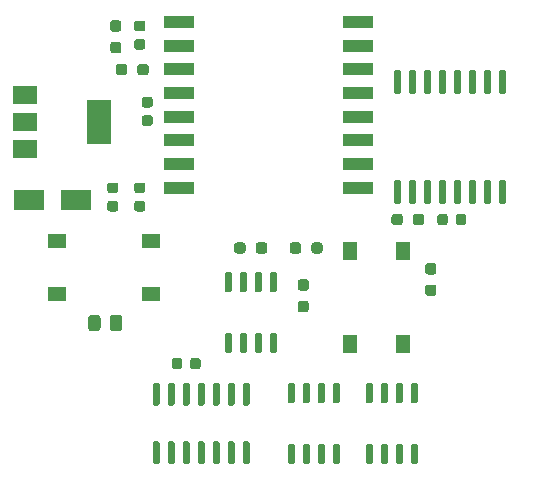
<source format=gbr>
%TF.GenerationSoftware,KiCad,Pcbnew,(5.1.10)-1*%
%TF.CreationDate,2021-07-07T23:24:12+02:00*%
%TF.ProjectId,Wortuhr_SK6812,576f7274-7568-4725-9f53-4b363831322e,rev?*%
%TF.SameCoordinates,Original*%
%TF.FileFunction,Paste,Top*%
%TF.FilePolarity,Positive*%
%FSLAX46Y46*%
G04 Gerber Fmt 4.6, Leading zero omitted, Abs format (unit mm)*
G04 Created by KiCad (PCBNEW (5.1.10)-1) date 2021-07-07 23:24:12*
%MOMM*%
%LPD*%
G01*
G04 APERTURE LIST*
%ADD10R,2.500000X1.000000*%
%ADD11R,1.550000X1.300000*%
%ADD12R,2.000000X1.500000*%
%ADD13R,2.000000X3.800000*%
%ADD14R,1.300000X1.550000*%
%ADD15R,2.500000X1.800000*%
G04 APERTURE END LIST*
D10*
%TO.C,U3*%
X142728000Y-109400000D03*
X142728000Y-111400000D03*
X142728000Y-113400000D03*
X142728000Y-115400000D03*
X142728000Y-117400000D03*
X142728000Y-119400000D03*
X142728000Y-121400000D03*
X142728000Y-123400000D03*
X127528000Y-123400000D03*
X127528000Y-121400000D03*
X127528000Y-119400000D03*
X127528000Y-117400000D03*
X127528000Y-115400000D03*
X127528000Y-113400000D03*
X127528000Y-111400000D03*
X127528000Y-109400000D03*
%TD*%
%TO.C,U5*%
G36*
G01*
X125753000Y-141883000D02*
X125453000Y-141883000D01*
G75*
G02*
X125303000Y-141733000I0J150000D01*
G01*
X125303000Y-140083000D01*
G75*
G02*
X125453000Y-139933000I150000J0D01*
G01*
X125753000Y-139933000D01*
G75*
G02*
X125903000Y-140083000I0J-150000D01*
G01*
X125903000Y-141733000D01*
G75*
G02*
X125753000Y-141883000I-150000J0D01*
G01*
G37*
G36*
G01*
X127023000Y-141883000D02*
X126723000Y-141883000D01*
G75*
G02*
X126573000Y-141733000I0J150000D01*
G01*
X126573000Y-140083000D01*
G75*
G02*
X126723000Y-139933000I150000J0D01*
G01*
X127023000Y-139933000D01*
G75*
G02*
X127173000Y-140083000I0J-150000D01*
G01*
X127173000Y-141733000D01*
G75*
G02*
X127023000Y-141883000I-150000J0D01*
G01*
G37*
G36*
G01*
X128293000Y-141883000D02*
X127993000Y-141883000D01*
G75*
G02*
X127843000Y-141733000I0J150000D01*
G01*
X127843000Y-140083000D01*
G75*
G02*
X127993000Y-139933000I150000J0D01*
G01*
X128293000Y-139933000D01*
G75*
G02*
X128443000Y-140083000I0J-150000D01*
G01*
X128443000Y-141733000D01*
G75*
G02*
X128293000Y-141883000I-150000J0D01*
G01*
G37*
G36*
G01*
X129563000Y-141883000D02*
X129263000Y-141883000D01*
G75*
G02*
X129113000Y-141733000I0J150000D01*
G01*
X129113000Y-140083000D01*
G75*
G02*
X129263000Y-139933000I150000J0D01*
G01*
X129563000Y-139933000D01*
G75*
G02*
X129713000Y-140083000I0J-150000D01*
G01*
X129713000Y-141733000D01*
G75*
G02*
X129563000Y-141883000I-150000J0D01*
G01*
G37*
G36*
G01*
X130833000Y-141883000D02*
X130533000Y-141883000D01*
G75*
G02*
X130383000Y-141733000I0J150000D01*
G01*
X130383000Y-140083000D01*
G75*
G02*
X130533000Y-139933000I150000J0D01*
G01*
X130833000Y-139933000D01*
G75*
G02*
X130983000Y-140083000I0J-150000D01*
G01*
X130983000Y-141733000D01*
G75*
G02*
X130833000Y-141883000I-150000J0D01*
G01*
G37*
G36*
G01*
X132103000Y-141883000D02*
X131803000Y-141883000D01*
G75*
G02*
X131653000Y-141733000I0J150000D01*
G01*
X131653000Y-140083000D01*
G75*
G02*
X131803000Y-139933000I150000J0D01*
G01*
X132103000Y-139933000D01*
G75*
G02*
X132253000Y-140083000I0J-150000D01*
G01*
X132253000Y-141733000D01*
G75*
G02*
X132103000Y-141883000I-150000J0D01*
G01*
G37*
G36*
G01*
X133373000Y-141883000D02*
X133073000Y-141883000D01*
G75*
G02*
X132923000Y-141733000I0J150000D01*
G01*
X132923000Y-140083000D01*
G75*
G02*
X133073000Y-139933000I150000J0D01*
G01*
X133373000Y-139933000D01*
G75*
G02*
X133523000Y-140083000I0J-150000D01*
G01*
X133523000Y-141733000D01*
G75*
G02*
X133373000Y-141883000I-150000J0D01*
G01*
G37*
G36*
G01*
X133373000Y-146833000D02*
X133073000Y-146833000D01*
G75*
G02*
X132923000Y-146683000I0J150000D01*
G01*
X132923000Y-145033000D01*
G75*
G02*
X133073000Y-144883000I150000J0D01*
G01*
X133373000Y-144883000D01*
G75*
G02*
X133523000Y-145033000I0J-150000D01*
G01*
X133523000Y-146683000D01*
G75*
G02*
X133373000Y-146833000I-150000J0D01*
G01*
G37*
G36*
G01*
X132103000Y-146833000D02*
X131803000Y-146833000D01*
G75*
G02*
X131653000Y-146683000I0J150000D01*
G01*
X131653000Y-145033000D01*
G75*
G02*
X131803000Y-144883000I150000J0D01*
G01*
X132103000Y-144883000D01*
G75*
G02*
X132253000Y-145033000I0J-150000D01*
G01*
X132253000Y-146683000D01*
G75*
G02*
X132103000Y-146833000I-150000J0D01*
G01*
G37*
G36*
G01*
X130833000Y-146833000D02*
X130533000Y-146833000D01*
G75*
G02*
X130383000Y-146683000I0J150000D01*
G01*
X130383000Y-145033000D01*
G75*
G02*
X130533000Y-144883000I150000J0D01*
G01*
X130833000Y-144883000D01*
G75*
G02*
X130983000Y-145033000I0J-150000D01*
G01*
X130983000Y-146683000D01*
G75*
G02*
X130833000Y-146833000I-150000J0D01*
G01*
G37*
G36*
G01*
X129563000Y-146833000D02*
X129263000Y-146833000D01*
G75*
G02*
X129113000Y-146683000I0J150000D01*
G01*
X129113000Y-145033000D01*
G75*
G02*
X129263000Y-144883000I150000J0D01*
G01*
X129563000Y-144883000D01*
G75*
G02*
X129713000Y-145033000I0J-150000D01*
G01*
X129713000Y-146683000D01*
G75*
G02*
X129563000Y-146833000I-150000J0D01*
G01*
G37*
G36*
G01*
X128293000Y-146833000D02*
X127993000Y-146833000D01*
G75*
G02*
X127843000Y-146683000I0J150000D01*
G01*
X127843000Y-145033000D01*
G75*
G02*
X127993000Y-144883000I150000J0D01*
G01*
X128293000Y-144883000D01*
G75*
G02*
X128443000Y-145033000I0J-150000D01*
G01*
X128443000Y-146683000D01*
G75*
G02*
X128293000Y-146833000I-150000J0D01*
G01*
G37*
G36*
G01*
X127023000Y-146833000D02*
X126723000Y-146833000D01*
G75*
G02*
X126573000Y-146683000I0J150000D01*
G01*
X126573000Y-145033000D01*
G75*
G02*
X126723000Y-144883000I150000J0D01*
G01*
X127023000Y-144883000D01*
G75*
G02*
X127173000Y-145033000I0J-150000D01*
G01*
X127173000Y-146683000D01*
G75*
G02*
X127023000Y-146833000I-150000J0D01*
G01*
G37*
G36*
G01*
X125753000Y-146833000D02*
X125453000Y-146833000D01*
G75*
G02*
X125303000Y-146683000I0J150000D01*
G01*
X125303000Y-145033000D01*
G75*
G02*
X125453000Y-144883000I150000J0D01*
G01*
X125753000Y-144883000D01*
G75*
G02*
X125903000Y-145033000I0J-150000D01*
G01*
X125903000Y-146683000D01*
G75*
G02*
X125753000Y-146833000I-150000J0D01*
G01*
G37*
%TD*%
%TO.C,U4*%
G36*
G01*
X146200000Y-124801000D02*
X145900000Y-124801000D01*
G75*
G02*
X145750000Y-124651000I0J150000D01*
G01*
X145750000Y-122901000D01*
G75*
G02*
X145900000Y-122751000I150000J0D01*
G01*
X146200000Y-122751000D01*
G75*
G02*
X146350000Y-122901000I0J-150000D01*
G01*
X146350000Y-124651000D01*
G75*
G02*
X146200000Y-124801000I-150000J0D01*
G01*
G37*
G36*
G01*
X147470000Y-124801000D02*
X147170000Y-124801000D01*
G75*
G02*
X147020000Y-124651000I0J150000D01*
G01*
X147020000Y-122901000D01*
G75*
G02*
X147170000Y-122751000I150000J0D01*
G01*
X147470000Y-122751000D01*
G75*
G02*
X147620000Y-122901000I0J-150000D01*
G01*
X147620000Y-124651000D01*
G75*
G02*
X147470000Y-124801000I-150000J0D01*
G01*
G37*
G36*
G01*
X148740000Y-124801000D02*
X148440000Y-124801000D01*
G75*
G02*
X148290000Y-124651000I0J150000D01*
G01*
X148290000Y-122901000D01*
G75*
G02*
X148440000Y-122751000I150000J0D01*
G01*
X148740000Y-122751000D01*
G75*
G02*
X148890000Y-122901000I0J-150000D01*
G01*
X148890000Y-124651000D01*
G75*
G02*
X148740000Y-124801000I-150000J0D01*
G01*
G37*
G36*
G01*
X150010000Y-124801000D02*
X149710000Y-124801000D01*
G75*
G02*
X149560000Y-124651000I0J150000D01*
G01*
X149560000Y-122901000D01*
G75*
G02*
X149710000Y-122751000I150000J0D01*
G01*
X150010000Y-122751000D01*
G75*
G02*
X150160000Y-122901000I0J-150000D01*
G01*
X150160000Y-124651000D01*
G75*
G02*
X150010000Y-124801000I-150000J0D01*
G01*
G37*
G36*
G01*
X151280000Y-124801000D02*
X150980000Y-124801000D01*
G75*
G02*
X150830000Y-124651000I0J150000D01*
G01*
X150830000Y-122901000D01*
G75*
G02*
X150980000Y-122751000I150000J0D01*
G01*
X151280000Y-122751000D01*
G75*
G02*
X151430000Y-122901000I0J-150000D01*
G01*
X151430000Y-124651000D01*
G75*
G02*
X151280000Y-124801000I-150000J0D01*
G01*
G37*
G36*
G01*
X152550000Y-124801000D02*
X152250000Y-124801000D01*
G75*
G02*
X152100000Y-124651000I0J150000D01*
G01*
X152100000Y-122901000D01*
G75*
G02*
X152250000Y-122751000I150000J0D01*
G01*
X152550000Y-122751000D01*
G75*
G02*
X152700000Y-122901000I0J-150000D01*
G01*
X152700000Y-124651000D01*
G75*
G02*
X152550000Y-124801000I-150000J0D01*
G01*
G37*
G36*
G01*
X153820000Y-124801000D02*
X153520000Y-124801000D01*
G75*
G02*
X153370000Y-124651000I0J150000D01*
G01*
X153370000Y-122901000D01*
G75*
G02*
X153520000Y-122751000I150000J0D01*
G01*
X153820000Y-122751000D01*
G75*
G02*
X153970000Y-122901000I0J-150000D01*
G01*
X153970000Y-124651000D01*
G75*
G02*
X153820000Y-124801000I-150000J0D01*
G01*
G37*
G36*
G01*
X155090000Y-124801000D02*
X154790000Y-124801000D01*
G75*
G02*
X154640000Y-124651000I0J150000D01*
G01*
X154640000Y-122901000D01*
G75*
G02*
X154790000Y-122751000I150000J0D01*
G01*
X155090000Y-122751000D01*
G75*
G02*
X155240000Y-122901000I0J-150000D01*
G01*
X155240000Y-124651000D01*
G75*
G02*
X155090000Y-124801000I-150000J0D01*
G01*
G37*
G36*
G01*
X155090000Y-115501000D02*
X154790000Y-115501000D01*
G75*
G02*
X154640000Y-115351000I0J150000D01*
G01*
X154640000Y-113601000D01*
G75*
G02*
X154790000Y-113451000I150000J0D01*
G01*
X155090000Y-113451000D01*
G75*
G02*
X155240000Y-113601000I0J-150000D01*
G01*
X155240000Y-115351000D01*
G75*
G02*
X155090000Y-115501000I-150000J0D01*
G01*
G37*
G36*
G01*
X153820000Y-115501000D02*
X153520000Y-115501000D01*
G75*
G02*
X153370000Y-115351000I0J150000D01*
G01*
X153370000Y-113601000D01*
G75*
G02*
X153520000Y-113451000I150000J0D01*
G01*
X153820000Y-113451000D01*
G75*
G02*
X153970000Y-113601000I0J-150000D01*
G01*
X153970000Y-115351000D01*
G75*
G02*
X153820000Y-115501000I-150000J0D01*
G01*
G37*
G36*
G01*
X152550000Y-115501000D02*
X152250000Y-115501000D01*
G75*
G02*
X152100000Y-115351000I0J150000D01*
G01*
X152100000Y-113601000D01*
G75*
G02*
X152250000Y-113451000I150000J0D01*
G01*
X152550000Y-113451000D01*
G75*
G02*
X152700000Y-113601000I0J-150000D01*
G01*
X152700000Y-115351000D01*
G75*
G02*
X152550000Y-115501000I-150000J0D01*
G01*
G37*
G36*
G01*
X151280000Y-115501000D02*
X150980000Y-115501000D01*
G75*
G02*
X150830000Y-115351000I0J150000D01*
G01*
X150830000Y-113601000D01*
G75*
G02*
X150980000Y-113451000I150000J0D01*
G01*
X151280000Y-113451000D01*
G75*
G02*
X151430000Y-113601000I0J-150000D01*
G01*
X151430000Y-115351000D01*
G75*
G02*
X151280000Y-115501000I-150000J0D01*
G01*
G37*
G36*
G01*
X150010000Y-115501000D02*
X149710000Y-115501000D01*
G75*
G02*
X149560000Y-115351000I0J150000D01*
G01*
X149560000Y-113601000D01*
G75*
G02*
X149710000Y-113451000I150000J0D01*
G01*
X150010000Y-113451000D01*
G75*
G02*
X150160000Y-113601000I0J-150000D01*
G01*
X150160000Y-115351000D01*
G75*
G02*
X150010000Y-115501000I-150000J0D01*
G01*
G37*
G36*
G01*
X148740000Y-115501000D02*
X148440000Y-115501000D01*
G75*
G02*
X148290000Y-115351000I0J150000D01*
G01*
X148290000Y-113601000D01*
G75*
G02*
X148440000Y-113451000I150000J0D01*
G01*
X148740000Y-113451000D01*
G75*
G02*
X148890000Y-113601000I0J-150000D01*
G01*
X148890000Y-115351000D01*
G75*
G02*
X148740000Y-115501000I-150000J0D01*
G01*
G37*
G36*
G01*
X147470000Y-115501000D02*
X147170000Y-115501000D01*
G75*
G02*
X147020000Y-115351000I0J150000D01*
G01*
X147020000Y-113601000D01*
G75*
G02*
X147170000Y-113451000I150000J0D01*
G01*
X147470000Y-113451000D01*
G75*
G02*
X147620000Y-113601000I0J-150000D01*
G01*
X147620000Y-115351000D01*
G75*
G02*
X147470000Y-115501000I-150000J0D01*
G01*
G37*
G36*
G01*
X146200000Y-115501000D02*
X145900000Y-115501000D01*
G75*
G02*
X145750000Y-115351000I0J150000D01*
G01*
X145750000Y-113601000D01*
G75*
G02*
X145900000Y-113451000I150000J0D01*
G01*
X146200000Y-113451000D01*
G75*
G02*
X146350000Y-113601000I0J-150000D01*
G01*
X146350000Y-115351000D01*
G75*
G02*
X146200000Y-115501000I-150000J0D01*
G01*
G37*
%TD*%
%TO.C,R7*%
G36*
G01*
X148315500Y-125873500D02*
X148315500Y-126348500D01*
G75*
G02*
X148078000Y-126586000I-237500J0D01*
G01*
X147578000Y-126586000D01*
G75*
G02*
X147340500Y-126348500I0J237500D01*
G01*
X147340500Y-125873500D01*
G75*
G02*
X147578000Y-125636000I237500J0D01*
G01*
X148078000Y-125636000D01*
G75*
G02*
X148315500Y-125873500I0J-237500D01*
G01*
G37*
G36*
G01*
X146490500Y-125873500D02*
X146490500Y-126348500D01*
G75*
G02*
X146253000Y-126586000I-237500J0D01*
G01*
X145753000Y-126586000D01*
G75*
G02*
X145515500Y-126348500I0J237500D01*
G01*
X145515500Y-125873500D01*
G75*
G02*
X145753000Y-125636000I237500J0D01*
G01*
X146253000Y-125636000D01*
G75*
G02*
X146490500Y-125873500I0J-237500D01*
G01*
G37*
%TD*%
%TO.C,JP1*%
G36*
G01*
X121685000Y-135324001D02*
X121685000Y-134423999D01*
G75*
G02*
X121934999Y-134174000I249999J0D01*
G01*
X122460001Y-134174000D01*
G75*
G02*
X122710000Y-134423999I0J-249999D01*
G01*
X122710000Y-135324001D01*
G75*
G02*
X122460001Y-135574000I-249999J0D01*
G01*
X121934999Y-135574000D01*
G75*
G02*
X121685000Y-135324001I0J249999D01*
G01*
G37*
G36*
G01*
X119860000Y-135324001D02*
X119860000Y-134423999D01*
G75*
G02*
X120109999Y-134174000I249999J0D01*
G01*
X120635001Y-134174000D01*
G75*
G02*
X120885000Y-134423999I0J-249999D01*
G01*
X120885000Y-135324001D01*
G75*
G02*
X120635001Y-135574000I-249999J0D01*
G01*
X120109999Y-135574000D01*
G75*
G02*
X119860000Y-135324001I0J249999D01*
G01*
G37*
%TD*%
%TO.C,C7*%
G36*
G01*
X150947000Y-126361000D02*
X150947000Y-125861000D01*
G75*
G02*
X151172000Y-125636000I225000J0D01*
G01*
X151622000Y-125636000D01*
G75*
G02*
X151847000Y-125861000I0J-225000D01*
G01*
X151847000Y-126361000D01*
G75*
G02*
X151622000Y-126586000I-225000J0D01*
G01*
X151172000Y-126586000D01*
G75*
G02*
X150947000Y-126361000I0J225000D01*
G01*
G37*
G36*
G01*
X149397000Y-126361000D02*
X149397000Y-125861000D01*
G75*
G02*
X149622000Y-125636000I225000J0D01*
G01*
X150072000Y-125636000D01*
G75*
G02*
X150297000Y-125861000I0J-225000D01*
G01*
X150297000Y-126361000D01*
G75*
G02*
X150072000Y-126586000I-225000J0D01*
G01*
X149622000Y-126586000D01*
G75*
G02*
X149397000Y-126361000I0J225000D01*
G01*
G37*
%TD*%
D11*
%TO.C,SW1*%
X117183000Y-127925000D03*
X117183000Y-132425000D03*
X125133000Y-132425000D03*
X125133000Y-127925000D03*
%TD*%
%TO.C,C6*%
G36*
G01*
X127818000Y-138053000D02*
X127818000Y-138553000D01*
G75*
G02*
X127593000Y-138778000I-225000J0D01*
G01*
X127143000Y-138778000D01*
G75*
G02*
X126918000Y-138553000I0J225000D01*
G01*
X126918000Y-138053000D01*
G75*
G02*
X127143000Y-137828000I225000J0D01*
G01*
X127593000Y-137828000D01*
G75*
G02*
X127818000Y-138053000I0J-225000D01*
G01*
G37*
G36*
G01*
X129368000Y-138053000D02*
X129368000Y-138553000D01*
G75*
G02*
X129143000Y-138778000I-225000J0D01*
G01*
X128693000Y-138778000D01*
G75*
G02*
X128468000Y-138553000I0J225000D01*
G01*
X128468000Y-138053000D01*
G75*
G02*
X128693000Y-137828000I225000J0D01*
G01*
X129143000Y-137828000D01*
G75*
G02*
X129368000Y-138053000I0J-225000D01*
G01*
G37*
%TD*%
%TO.C,C5*%
G36*
G01*
X124591000Y-117279000D02*
X125091000Y-117279000D01*
G75*
G02*
X125316000Y-117504000I0J-225000D01*
G01*
X125316000Y-117954000D01*
G75*
G02*
X125091000Y-118179000I-225000J0D01*
G01*
X124591000Y-118179000D01*
G75*
G02*
X124366000Y-117954000I0J225000D01*
G01*
X124366000Y-117504000D01*
G75*
G02*
X124591000Y-117279000I225000J0D01*
G01*
G37*
G36*
G01*
X124591000Y-115729000D02*
X125091000Y-115729000D01*
G75*
G02*
X125316000Y-115954000I0J-225000D01*
G01*
X125316000Y-116404000D01*
G75*
G02*
X125091000Y-116629000I-225000J0D01*
G01*
X124591000Y-116629000D01*
G75*
G02*
X124366000Y-116404000I0J225000D01*
G01*
X124366000Y-115954000D01*
G75*
G02*
X124591000Y-115729000I225000J0D01*
G01*
G37*
%TD*%
%TO.C,C4*%
G36*
G01*
X123956000Y-110828000D02*
X124456000Y-110828000D01*
G75*
G02*
X124681000Y-111053000I0J-225000D01*
G01*
X124681000Y-111503000D01*
G75*
G02*
X124456000Y-111728000I-225000J0D01*
G01*
X123956000Y-111728000D01*
G75*
G02*
X123731000Y-111503000I0J225000D01*
G01*
X123731000Y-111053000D01*
G75*
G02*
X123956000Y-110828000I225000J0D01*
G01*
G37*
G36*
G01*
X123956000Y-109278000D02*
X124456000Y-109278000D01*
G75*
G02*
X124681000Y-109503000I0J-225000D01*
G01*
X124681000Y-109953000D01*
G75*
G02*
X124456000Y-110178000I-225000J0D01*
G01*
X123956000Y-110178000D01*
G75*
G02*
X123731000Y-109953000I0J225000D01*
G01*
X123731000Y-109503000D01*
G75*
G02*
X123956000Y-109278000I225000J0D01*
G01*
G37*
%TD*%
D12*
%TO.C,U2*%
X114452000Y-115556000D03*
X114452000Y-120156000D03*
X114452000Y-117856000D03*
D13*
X120752000Y-117856000D03*
%TD*%
%TO.C,U1*%
G36*
G01*
X135359000Y-135685000D02*
X135659000Y-135685000D01*
G75*
G02*
X135809000Y-135835000I0J-150000D01*
G01*
X135809000Y-137285000D01*
G75*
G02*
X135659000Y-137435000I-150000J0D01*
G01*
X135359000Y-137435000D01*
G75*
G02*
X135209000Y-137285000I0J150000D01*
G01*
X135209000Y-135835000D01*
G75*
G02*
X135359000Y-135685000I150000J0D01*
G01*
G37*
G36*
G01*
X134089000Y-135685000D02*
X134389000Y-135685000D01*
G75*
G02*
X134539000Y-135835000I0J-150000D01*
G01*
X134539000Y-137285000D01*
G75*
G02*
X134389000Y-137435000I-150000J0D01*
G01*
X134089000Y-137435000D01*
G75*
G02*
X133939000Y-137285000I0J150000D01*
G01*
X133939000Y-135835000D01*
G75*
G02*
X134089000Y-135685000I150000J0D01*
G01*
G37*
G36*
G01*
X132819000Y-135685000D02*
X133119000Y-135685000D01*
G75*
G02*
X133269000Y-135835000I0J-150000D01*
G01*
X133269000Y-137285000D01*
G75*
G02*
X133119000Y-137435000I-150000J0D01*
G01*
X132819000Y-137435000D01*
G75*
G02*
X132669000Y-137285000I0J150000D01*
G01*
X132669000Y-135835000D01*
G75*
G02*
X132819000Y-135685000I150000J0D01*
G01*
G37*
G36*
G01*
X131549000Y-135685000D02*
X131849000Y-135685000D01*
G75*
G02*
X131999000Y-135835000I0J-150000D01*
G01*
X131999000Y-137285000D01*
G75*
G02*
X131849000Y-137435000I-150000J0D01*
G01*
X131549000Y-137435000D01*
G75*
G02*
X131399000Y-137285000I0J150000D01*
G01*
X131399000Y-135835000D01*
G75*
G02*
X131549000Y-135685000I150000J0D01*
G01*
G37*
G36*
G01*
X131549000Y-130535000D02*
X131849000Y-130535000D01*
G75*
G02*
X131999000Y-130685000I0J-150000D01*
G01*
X131999000Y-132135000D01*
G75*
G02*
X131849000Y-132285000I-150000J0D01*
G01*
X131549000Y-132285000D01*
G75*
G02*
X131399000Y-132135000I0J150000D01*
G01*
X131399000Y-130685000D01*
G75*
G02*
X131549000Y-130535000I150000J0D01*
G01*
G37*
G36*
G01*
X132819000Y-130535000D02*
X133119000Y-130535000D01*
G75*
G02*
X133269000Y-130685000I0J-150000D01*
G01*
X133269000Y-132135000D01*
G75*
G02*
X133119000Y-132285000I-150000J0D01*
G01*
X132819000Y-132285000D01*
G75*
G02*
X132669000Y-132135000I0J150000D01*
G01*
X132669000Y-130685000D01*
G75*
G02*
X132819000Y-130535000I150000J0D01*
G01*
G37*
G36*
G01*
X134089000Y-130535000D02*
X134389000Y-130535000D01*
G75*
G02*
X134539000Y-130685000I0J-150000D01*
G01*
X134539000Y-132135000D01*
G75*
G02*
X134389000Y-132285000I-150000J0D01*
G01*
X134089000Y-132285000D01*
G75*
G02*
X133939000Y-132135000I0J150000D01*
G01*
X133939000Y-130685000D01*
G75*
G02*
X134089000Y-130535000I150000J0D01*
G01*
G37*
G36*
G01*
X135359000Y-130535000D02*
X135659000Y-130535000D01*
G75*
G02*
X135809000Y-130685000I0J-150000D01*
G01*
X135809000Y-132135000D01*
G75*
G02*
X135659000Y-132285000I-150000J0D01*
G01*
X135359000Y-132285000D01*
G75*
G02*
X135209000Y-132135000I0J150000D01*
G01*
X135209000Y-130685000D01*
G75*
G02*
X135359000Y-130535000I150000J0D01*
G01*
G37*
%TD*%
D14*
%TO.C,SW2*%
X142022000Y-136690000D03*
X146522000Y-136690000D03*
X146522000Y-128740000D03*
X142022000Y-128740000D03*
%TD*%
%TO.C,R6*%
G36*
G01*
X139703000Y-128286500D02*
X139703000Y-128761500D01*
G75*
G02*
X139465500Y-128999000I-237500J0D01*
G01*
X138965500Y-128999000D01*
G75*
G02*
X138728000Y-128761500I0J237500D01*
G01*
X138728000Y-128286500D01*
G75*
G02*
X138965500Y-128049000I237500J0D01*
G01*
X139465500Y-128049000D01*
G75*
G02*
X139703000Y-128286500I0J-237500D01*
G01*
G37*
G36*
G01*
X137878000Y-128286500D02*
X137878000Y-128761500D01*
G75*
G02*
X137640500Y-128999000I-237500J0D01*
G01*
X137140500Y-128999000D01*
G75*
G02*
X136903000Y-128761500I0J237500D01*
G01*
X136903000Y-128286500D01*
G75*
G02*
X137140500Y-128049000I237500J0D01*
G01*
X137640500Y-128049000D01*
G75*
G02*
X137878000Y-128286500I0J-237500D01*
G01*
G37*
%TD*%
%TO.C,R5*%
G36*
G01*
X148606500Y-131616000D02*
X149081500Y-131616000D01*
G75*
G02*
X149319000Y-131853500I0J-237500D01*
G01*
X149319000Y-132353500D01*
G75*
G02*
X149081500Y-132591000I-237500J0D01*
G01*
X148606500Y-132591000D01*
G75*
G02*
X148369000Y-132353500I0J237500D01*
G01*
X148369000Y-131853500D01*
G75*
G02*
X148606500Y-131616000I237500J0D01*
G01*
G37*
G36*
G01*
X148606500Y-129791000D02*
X149081500Y-129791000D01*
G75*
G02*
X149319000Y-130028500I0J-237500D01*
G01*
X149319000Y-130528500D01*
G75*
G02*
X149081500Y-130766000I-237500J0D01*
G01*
X148606500Y-130766000D01*
G75*
G02*
X148369000Y-130528500I0J237500D01*
G01*
X148369000Y-130028500D01*
G75*
G02*
X148606500Y-129791000I237500J0D01*
G01*
G37*
%TD*%
%TO.C,R4*%
G36*
G01*
X122411500Y-110215500D02*
X121936500Y-110215500D01*
G75*
G02*
X121699000Y-109978000I0J237500D01*
G01*
X121699000Y-109478000D01*
G75*
G02*
X121936500Y-109240500I237500J0D01*
G01*
X122411500Y-109240500D01*
G75*
G02*
X122649000Y-109478000I0J-237500D01*
G01*
X122649000Y-109978000D01*
G75*
G02*
X122411500Y-110215500I-237500J0D01*
G01*
G37*
G36*
G01*
X122411500Y-112040500D02*
X121936500Y-112040500D01*
G75*
G02*
X121699000Y-111803000I0J237500D01*
G01*
X121699000Y-111303000D01*
G75*
G02*
X121936500Y-111065500I237500J0D01*
G01*
X122411500Y-111065500D01*
G75*
G02*
X122649000Y-111303000I0J-237500D01*
G01*
X122649000Y-111803000D01*
G75*
G02*
X122411500Y-112040500I-237500J0D01*
G01*
G37*
%TD*%
%TO.C,R3*%
G36*
G01*
X123996000Y-113648500D02*
X123996000Y-113173500D01*
G75*
G02*
X124233500Y-112936000I237500J0D01*
G01*
X124733500Y-112936000D01*
G75*
G02*
X124971000Y-113173500I0J-237500D01*
G01*
X124971000Y-113648500D01*
G75*
G02*
X124733500Y-113886000I-237500J0D01*
G01*
X124233500Y-113886000D01*
G75*
G02*
X123996000Y-113648500I0J237500D01*
G01*
G37*
G36*
G01*
X122171000Y-113648500D02*
X122171000Y-113173500D01*
G75*
G02*
X122408500Y-112936000I237500J0D01*
G01*
X122908500Y-112936000D01*
G75*
G02*
X123146000Y-113173500I0J-237500D01*
G01*
X123146000Y-113648500D01*
G75*
G02*
X122908500Y-113886000I-237500J0D01*
G01*
X122408500Y-113886000D01*
G75*
G02*
X122171000Y-113648500I0J237500D01*
G01*
G37*
%TD*%
%TO.C,R2*%
G36*
G01*
X134029000Y-128761500D02*
X134029000Y-128286500D01*
G75*
G02*
X134266500Y-128049000I237500J0D01*
G01*
X134766500Y-128049000D01*
G75*
G02*
X135004000Y-128286500I0J-237500D01*
G01*
X135004000Y-128761500D01*
G75*
G02*
X134766500Y-128999000I-237500J0D01*
G01*
X134266500Y-128999000D01*
G75*
G02*
X134029000Y-128761500I0J237500D01*
G01*
G37*
G36*
G01*
X132204000Y-128761500D02*
X132204000Y-128286500D01*
G75*
G02*
X132441500Y-128049000I237500J0D01*
G01*
X132941500Y-128049000D01*
G75*
G02*
X133179000Y-128286500I0J-237500D01*
G01*
X133179000Y-128761500D01*
G75*
G02*
X132941500Y-128999000I-237500J0D01*
G01*
X132441500Y-128999000D01*
G75*
G02*
X132204000Y-128761500I0J237500D01*
G01*
G37*
%TD*%
%TO.C,R1*%
G36*
G01*
X138286500Y-132139500D02*
X137811500Y-132139500D01*
G75*
G02*
X137574000Y-131902000I0J237500D01*
G01*
X137574000Y-131402000D01*
G75*
G02*
X137811500Y-131164500I237500J0D01*
G01*
X138286500Y-131164500D01*
G75*
G02*
X138524000Y-131402000I0J-237500D01*
G01*
X138524000Y-131902000D01*
G75*
G02*
X138286500Y-132139500I-237500J0D01*
G01*
G37*
G36*
G01*
X138286500Y-133964500D02*
X137811500Y-133964500D01*
G75*
G02*
X137574000Y-133727000I0J237500D01*
G01*
X137574000Y-133227000D01*
G75*
G02*
X137811500Y-132989500I237500J0D01*
G01*
X138286500Y-132989500D01*
G75*
G02*
X138524000Y-133227000I0J-237500D01*
G01*
X138524000Y-133727000D01*
G75*
G02*
X138286500Y-133964500I-237500J0D01*
G01*
G37*
%TD*%
%TO.C,Q2*%
G36*
G01*
X147297000Y-145083000D02*
X147597000Y-145083000D01*
G75*
G02*
X147747000Y-145233000I0J-150000D01*
G01*
X147747000Y-146683000D01*
G75*
G02*
X147597000Y-146833000I-150000J0D01*
G01*
X147297000Y-146833000D01*
G75*
G02*
X147147000Y-146683000I0J150000D01*
G01*
X147147000Y-145233000D01*
G75*
G02*
X147297000Y-145083000I150000J0D01*
G01*
G37*
G36*
G01*
X146027000Y-145083000D02*
X146327000Y-145083000D01*
G75*
G02*
X146477000Y-145233000I0J-150000D01*
G01*
X146477000Y-146683000D01*
G75*
G02*
X146327000Y-146833000I-150000J0D01*
G01*
X146027000Y-146833000D01*
G75*
G02*
X145877000Y-146683000I0J150000D01*
G01*
X145877000Y-145233000D01*
G75*
G02*
X146027000Y-145083000I150000J0D01*
G01*
G37*
G36*
G01*
X144757000Y-145083000D02*
X145057000Y-145083000D01*
G75*
G02*
X145207000Y-145233000I0J-150000D01*
G01*
X145207000Y-146683000D01*
G75*
G02*
X145057000Y-146833000I-150000J0D01*
G01*
X144757000Y-146833000D01*
G75*
G02*
X144607000Y-146683000I0J150000D01*
G01*
X144607000Y-145233000D01*
G75*
G02*
X144757000Y-145083000I150000J0D01*
G01*
G37*
G36*
G01*
X143487000Y-145083000D02*
X143787000Y-145083000D01*
G75*
G02*
X143937000Y-145233000I0J-150000D01*
G01*
X143937000Y-146683000D01*
G75*
G02*
X143787000Y-146833000I-150000J0D01*
G01*
X143487000Y-146833000D01*
G75*
G02*
X143337000Y-146683000I0J150000D01*
G01*
X143337000Y-145233000D01*
G75*
G02*
X143487000Y-145083000I150000J0D01*
G01*
G37*
G36*
G01*
X143487000Y-139933000D02*
X143787000Y-139933000D01*
G75*
G02*
X143937000Y-140083000I0J-150000D01*
G01*
X143937000Y-141533000D01*
G75*
G02*
X143787000Y-141683000I-150000J0D01*
G01*
X143487000Y-141683000D01*
G75*
G02*
X143337000Y-141533000I0J150000D01*
G01*
X143337000Y-140083000D01*
G75*
G02*
X143487000Y-139933000I150000J0D01*
G01*
G37*
G36*
G01*
X144757000Y-139933000D02*
X145057000Y-139933000D01*
G75*
G02*
X145207000Y-140083000I0J-150000D01*
G01*
X145207000Y-141533000D01*
G75*
G02*
X145057000Y-141683000I-150000J0D01*
G01*
X144757000Y-141683000D01*
G75*
G02*
X144607000Y-141533000I0J150000D01*
G01*
X144607000Y-140083000D01*
G75*
G02*
X144757000Y-139933000I150000J0D01*
G01*
G37*
G36*
G01*
X146027000Y-139933000D02*
X146327000Y-139933000D01*
G75*
G02*
X146477000Y-140083000I0J-150000D01*
G01*
X146477000Y-141533000D01*
G75*
G02*
X146327000Y-141683000I-150000J0D01*
G01*
X146027000Y-141683000D01*
G75*
G02*
X145877000Y-141533000I0J150000D01*
G01*
X145877000Y-140083000D01*
G75*
G02*
X146027000Y-139933000I150000J0D01*
G01*
G37*
G36*
G01*
X147297000Y-139933000D02*
X147597000Y-139933000D01*
G75*
G02*
X147747000Y-140083000I0J-150000D01*
G01*
X147747000Y-141533000D01*
G75*
G02*
X147597000Y-141683000I-150000J0D01*
G01*
X147297000Y-141683000D01*
G75*
G02*
X147147000Y-141533000I0J150000D01*
G01*
X147147000Y-140083000D01*
G75*
G02*
X147297000Y-139933000I150000J0D01*
G01*
G37*
%TD*%
%TO.C,Q1*%
G36*
G01*
X140693000Y-145083000D02*
X140993000Y-145083000D01*
G75*
G02*
X141143000Y-145233000I0J-150000D01*
G01*
X141143000Y-146683000D01*
G75*
G02*
X140993000Y-146833000I-150000J0D01*
G01*
X140693000Y-146833000D01*
G75*
G02*
X140543000Y-146683000I0J150000D01*
G01*
X140543000Y-145233000D01*
G75*
G02*
X140693000Y-145083000I150000J0D01*
G01*
G37*
G36*
G01*
X139423000Y-145083000D02*
X139723000Y-145083000D01*
G75*
G02*
X139873000Y-145233000I0J-150000D01*
G01*
X139873000Y-146683000D01*
G75*
G02*
X139723000Y-146833000I-150000J0D01*
G01*
X139423000Y-146833000D01*
G75*
G02*
X139273000Y-146683000I0J150000D01*
G01*
X139273000Y-145233000D01*
G75*
G02*
X139423000Y-145083000I150000J0D01*
G01*
G37*
G36*
G01*
X138153000Y-145083000D02*
X138453000Y-145083000D01*
G75*
G02*
X138603000Y-145233000I0J-150000D01*
G01*
X138603000Y-146683000D01*
G75*
G02*
X138453000Y-146833000I-150000J0D01*
G01*
X138153000Y-146833000D01*
G75*
G02*
X138003000Y-146683000I0J150000D01*
G01*
X138003000Y-145233000D01*
G75*
G02*
X138153000Y-145083000I150000J0D01*
G01*
G37*
G36*
G01*
X136883000Y-145083000D02*
X137183000Y-145083000D01*
G75*
G02*
X137333000Y-145233000I0J-150000D01*
G01*
X137333000Y-146683000D01*
G75*
G02*
X137183000Y-146833000I-150000J0D01*
G01*
X136883000Y-146833000D01*
G75*
G02*
X136733000Y-146683000I0J150000D01*
G01*
X136733000Y-145233000D01*
G75*
G02*
X136883000Y-145083000I150000J0D01*
G01*
G37*
G36*
G01*
X136883000Y-139933000D02*
X137183000Y-139933000D01*
G75*
G02*
X137333000Y-140083000I0J-150000D01*
G01*
X137333000Y-141533000D01*
G75*
G02*
X137183000Y-141683000I-150000J0D01*
G01*
X136883000Y-141683000D01*
G75*
G02*
X136733000Y-141533000I0J150000D01*
G01*
X136733000Y-140083000D01*
G75*
G02*
X136883000Y-139933000I150000J0D01*
G01*
G37*
G36*
G01*
X138153000Y-139933000D02*
X138453000Y-139933000D01*
G75*
G02*
X138603000Y-140083000I0J-150000D01*
G01*
X138603000Y-141533000D01*
G75*
G02*
X138453000Y-141683000I-150000J0D01*
G01*
X138153000Y-141683000D01*
G75*
G02*
X138003000Y-141533000I0J150000D01*
G01*
X138003000Y-140083000D01*
G75*
G02*
X138153000Y-139933000I150000J0D01*
G01*
G37*
G36*
G01*
X139423000Y-139933000D02*
X139723000Y-139933000D01*
G75*
G02*
X139873000Y-140083000I0J-150000D01*
G01*
X139873000Y-141533000D01*
G75*
G02*
X139723000Y-141683000I-150000J0D01*
G01*
X139423000Y-141683000D01*
G75*
G02*
X139273000Y-141533000I0J150000D01*
G01*
X139273000Y-140083000D01*
G75*
G02*
X139423000Y-139933000I150000J0D01*
G01*
G37*
G36*
G01*
X140693000Y-139933000D02*
X140993000Y-139933000D01*
G75*
G02*
X141143000Y-140083000I0J-150000D01*
G01*
X141143000Y-141533000D01*
G75*
G02*
X140993000Y-141683000I-150000J0D01*
G01*
X140693000Y-141683000D01*
G75*
G02*
X140543000Y-141533000I0J150000D01*
G01*
X140543000Y-140083000D01*
G75*
G02*
X140693000Y-139933000I150000J0D01*
G01*
G37*
%TD*%
D15*
%TO.C,D1*%
X118840000Y-124460000D03*
X114840000Y-124460000D03*
%TD*%
%TO.C,C3*%
G36*
G01*
X121670000Y-124531000D02*
X122170000Y-124531000D01*
G75*
G02*
X122395000Y-124756000I0J-225000D01*
G01*
X122395000Y-125206000D01*
G75*
G02*
X122170000Y-125431000I-225000J0D01*
G01*
X121670000Y-125431000D01*
G75*
G02*
X121445000Y-125206000I0J225000D01*
G01*
X121445000Y-124756000D01*
G75*
G02*
X121670000Y-124531000I225000J0D01*
G01*
G37*
G36*
G01*
X121670000Y-122981000D02*
X122170000Y-122981000D01*
G75*
G02*
X122395000Y-123206000I0J-225000D01*
G01*
X122395000Y-123656000D01*
G75*
G02*
X122170000Y-123881000I-225000J0D01*
G01*
X121670000Y-123881000D01*
G75*
G02*
X121445000Y-123656000I0J225000D01*
G01*
X121445000Y-123206000D01*
G75*
G02*
X121670000Y-122981000I225000J0D01*
G01*
G37*
%TD*%
%TO.C,C2*%
G36*
G01*
X123956000Y-124531000D02*
X124456000Y-124531000D01*
G75*
G02*
X124681000Y-124756000I0J-225000D01*
G01*
X124681000Y-125206000D01*
G75*
G02*
X124456000Y-125431000I-225000J0D01*
G01*
X123956000Y-125431000D01*
G75*
G02*
X123731000Y-125206000I0J225000D01*
G01*
X123731000Y-124756000D01*
G75*
G02*
X123956000Y-124531000I225000J0D01*
G01*
G37*
G36*
G01*
X123956000Y-122981000D02*
X124456000Y-122981000D01*
G75*
G02*
X124681000Y-123206000I0J-225000D01*
G01*
X124681000Y-123656000D01*
G75*
G02*
X124456000Y-123881000I-225000J0D01*
G01*
X123956000Y-123881000D01*
G75*
G02*
X123731000Y-123656000I0J225000D01*
G01*
X123731000Y-123206000D01*
G75*
G02*
X123956000Y-122981000I225000J0D01*
G01*
G37*
%TD*%
M02*

</source>
